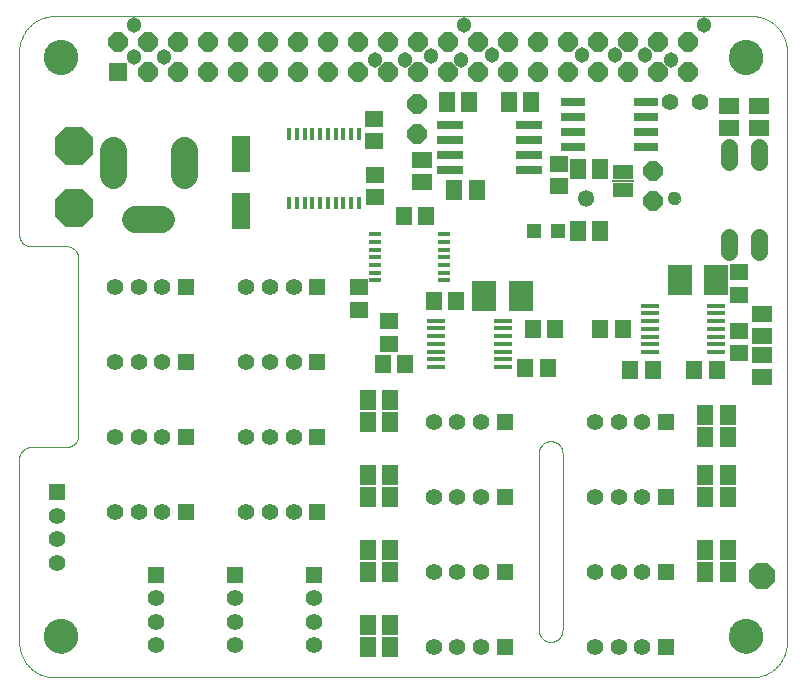
<source format=gts>
G75*
%MOIN*%
%OFA0B0*%
%FSLAX25Y25*%
%IPPOS*%
%LPD*%
%AMOC8*
5,1,8,0,0,1.08239X$1,22.5*
%
%ADD10C,0.00000*%
%ADD11C,0.11424*%
%ADD12R,0.06400X0.06400*%
%ADD13OC8,0.06400*%
%ADD14R,0.09061X0.02762*%
%ADD15R,0.05518X0.06699*%
%ADD16R,0.06699X0.05518*%
%ADD17R,0.05124X0.05124*%
%ADD18R,0.08400X0.03000*%
%ADD19C,0.05600*%
%ADD20R,0.05518X0.06306*%
%ADD21R,0.01600X0.04300*%
%ADD22R,0.06306X0.05518*%
%ADD23C,0.09000*%
%ADD24C,0.05600*%
%ADD25R,0.05912X0.12211*%
%ADD26OC8,0.08900*%
%ADD27OC8,0.12900*%
%ADD28R,0.08077X0.10243*%
%ADD29R,0.06700X0.05000*%
%ADD30R,0.07200X0.00600*%
%ADD31C,0.04337*%
%ADD32C,0.05321*%
%ADD33R,0.04300X0.01600*%
%ADD34R,0.06200X0.01800*%
%ADD35C,0.05124*%
%ADD36R,0.05550X0.05550*%
%ADD37C,0.05550*%
D10*
X0005500Y0014811D02*
X0005500Y0075835D01*
X0005502Y0075959D01*
X0005508Y0076082D01*
X0005517Y0076206D01*
X0005531Y0076328D01*
X0005548Y0076451D01*
X0005570Y0076573D01*
X0005595Y0076694D01*
X0005624Y0076814D01*
X0005656Y0076933D01*
X0005693Y0077052D01*
X0005733Y0077169D01*
X0005776Y0077284D01*
X0005824Y0077399D01*
X0005875Y0077511D01*
X0005929Y0077622D01*
X0005987Y0077732D01*
X0006048Y0077839D01*
X0006113Y0077945D01*
X0006181Y0078048D01*
X0006252Y0078149D01*
X0006326Y0078248D01*
X0006403Y0078345D01*
X0006484Y0078439D01*
X0006567Y0078530D01*
X0006653Y0078619D01*
X0006742Y0078705D01*
X0006833Y0078788D01*
X0006927Y0078869D01*
X0007024Y0078946D01*
X0007123Y0079020D01*
X0007224Y0079091D01*
X0007327Y0079159D01*
X0007433Y0079224D01*
X0007540Y0079285D01*
X0007650Y0079343D01*
X0007761Y0079397D01*
X0007873Y0079448D01*
X0007988Y0079496D01*
X0008103Y0079539D01*
X0008220Y0079579D01*
X0008339Y0079616D01*
X0008458Y0079648D01*
X0008578Y0079677D01*
X0008699Y0079702D01*
X0008821Y0079724D01*
X0008944Y0079741D01*
X0009066Y0079755D01*
X0009190Y0079764D01*
X0009313Y0079770D01*
X0009437Y0079772D01*
X0021248Y0079772D01*
X0021372Y0079774D01*
X0021495Y0079780D01*
X0021619Y0079789D01*
X0021741Y0079803D01*
X0021864Y0079820D01*
X0021986Y0079842D01*
X0022107Y0079867D01*
X0022227Y0079896D01*
X0022346Y0079928D01*
X0022465Y0079965D01*
X0022582Y0080005D01*
X0022697Y0080048D01*
X0022812Y0080096D01*
X0022924Y0080147D01*
X0023035Y0080201D01*
X0023145Y0080259D01*
X0023252Y0080320D01*
X0023358Y0080385D01*
X0023461Y0080453D01*
X0023562Y0080524D01*
X0023661Y0080598D01*
X0023758Y0080675D01*
X0023852Y0080756D01*
X0023943Y0080839D01*
X0024032Y0080925D01*
X0024118Y0081014D01*
X0024201Y0081105D01*
X0024282Y0081199D01*
X0024359Y0081296D01*
X0024433Y0081395D01*
X0024504Y0081496D01*
X0024572Y0081599D01*
X0024637Y0081705D01*
X0024698Y0081812D01*
X0024756Y0081922D01*
X0024810Y0082033D01*
X0024861Y0082145D01*
X0024909Y0082260D01*
X0024952Y0082375D01*
X0024992Y0082492D01*
X0025029Y0082611D01*
X0025061Y0082730D01*
X0025090Y0082850D01*
X0025115Y0082971D01*
X0025137Y0083093D01*
X0025154Y0083216D01*
X0025168Y0083338D01*
X0025177Y0083462D01*
X0025183Y0083585D01*
X0025185Y0083709D01*
X0025185Y0142764D01*
X0025183Y0142888D01*
X0025177Y0143011D01*
X0025168Y0143135D01*
X0025154Y0143257D01*
X0025137Y0143380D01*
X0025115Y0143502D01*
X0025090Y0143623D01*
X0025061Y0143743D01*
X0025029Y0143862D01*
X0024992Y0143981D01*
X0024952Y0144098D01*
X0024909Y0144213D01*
X0024861Y0144328D01*
X0024810Y0144440D01*
X0024756Y0144551D01*
X0024698Y0144661D01*
X0024637Y0144768D01*
X0024572Y0144874D01*
X0024504Y0144977D01*
X0024433Y0145078D01*
X0024359Y0145177D01*
X0024282Y0145274D01*
X0024201Y0145368D01*
X0024118Y0145459D01*
X0024032Y0145548D01*
X0023943Y0145634D01*
X0023852Y0145717D01*
X0023758Y0145798D01*
X0023661Y0145875D01*
X0023562Y0145949D01*
X0023461Y0146020D01*
X0023358Y0146088D01*
X0023252Y0146153D01*
X0023145Y0146214D01*
X0023035Y0146272D01*
X0022924Y0146326D01*
X0022812Y0146377D01*
X0022697Y0146425D01*
X0022582Y0146468D01*
X0022465Y0146508D01*
X0022346Y0146545D01*
X0022227Y0146577D01*
X0022107Y0146606D01*
X0021986Y0146631D01*
X0021864Y0146653D01*
X0021741Y0146670D01*
X0021619Y0146684D01*
X0021495Y0146693D01*
X0021372Y0146699D01*
X0021248Y0146701D01*
X0009437Y0146701D01*
X0009313Y0146703D01*
X0009190Y0146709D01*
X0009066Y0146718D01*
X0008944Y0146732D01*
X0008821Y0146749D01*
X0008699Y0146771D01*
X0008578Y0146796D01*
X0008458Y0146825D01*
X0008339Y0146857D01*
X0008220Y0146894D01*
X0008103Y0146934D01*
X0007988Y0146977D01*
X0007873Y0147025D01*
X0007761Y0147076D01*
X0007650Y0147130D01*
X0007540Y0147188D01*
X0007433Y0147249D01*
X0007327Y0147314D01*
X0007224Y0147382D01*
X0007123Y0147453D01*
X0007024Y0147527D01*
X0006927Y0147604D01*
X0006833Y0147685D01*
X0006742Y0147768D01*
X0006653Y0147854D01*
X0006567Y0147943D01*
X0006484Y0148034D01*
X0006403Y0148128D01*
X0006326Y0148225D01*
X0006252Y0148324D01*
X0006181Y0148425D01*
X0006113Y0148528D01*
X0006048Y0148634D01*
X0005987Y0148741D01*
X0005929Y0148851D01*
X0005875Y0148962D01*
X0005824Y0149074D01*
X0005776Y0149189D01*
X0005733Y0149304D01*
X0005693Y0149421D01*
X0005656Y0149540D01*
X0005624Y0149659D01*
X0005595Y0149779D01*
X0005570Y0149900D01*
X0005548Y0150022D01*
X0005531Y0150145D01*
X0005517Y0150267D01*
X0005508Y0150391D01*
X0005502Y0150514D01*
X0005500Y0150638D01*
X0005500Y0211661D01*
X0005503Y0211946D01*
X0005514Y0212232D01*
X0005531Y0212517D01*
X0005555Y0212801D01*
X0005586Y0213085D01*
X0005624Y0213368D01*
X0005669Y0213649D01*
X0005720Y0213930D01*
X0005778Y0214210D01*
X0005843Y0214488D01*
X0005915Y0214764D01*
X0005993Y0215038D01*
X0006078Y0215311D01*
X0006170Y0215581D01*
X0006268Y0215849D01*
X0006372Y0216115D01*
X0006483Y0216378D01*
X0006600Y0216638D01*
X0006723Y0216896D01*
X0006853Y0217150D01*
X0006989Y0217401D01*
X0007130Y0217649D01*
X0007278Y0217893D01*
X0007431Y0218134D01*
X0007591Y0218370D01*
X0007756Y0218603D01*
X0007926Y0218832D01*
X0008102Y0219057D01*
X0008284Y0219277D01*
X0008470Y0219493D01*
X0008662Y0219704D01*
X0008859Y0219911D01*
X0009061Y0220113D01*
X0009268Y0220310D01*
X0009479Y0220502D01*
X0009695Y0220688D01*
X0009915Y0220870D01*
X0010140Y0221046D01*
X0010369Y0221216D01*
X0010602Y0221381D01*
X0010838Y0221541D01*
X0011079Y0221694D01*
X0011323Y0221842D01*
X0011571Y0221983D01*
X0011822Y0222119D01*
X0012076Y0222249D01*
X0012334Y0222372D01*
X0012594Y0222489D01*
X0012857Y0222600D01*
X0013123Y0222704D01*
X0013391Y0222802D01*
X0013661Y0222894D01*
X0013934Y0222979D01*
X0014208Y0223057D01*
X0014484Y0223129D01*
X0014762Y0223194D01*
X0015042Y0223252D01*
X0015323Y0223303D01*
X0015604Y0223348D01*
X0015887Y0223386D01*
X0016171Y0223417D01*
X0016455Y0223441D01*
X0016740Y0223458D01*
X0017026Y0223469D01*
X0017311Y0223472D01*
X0249594Y0223472D01*
X0249879Y0223469D01*
X0250165Y0223458D01*
X0250450Y0223441D01*
X0250734Y0223417D01*
X0251018Y0223386D01*
X0251301Y0223348D01*
X0251582Y0223303D01*
X0251863Y0223252D01*
X0252143Y0223194D01*
X0252421Y0223129D01*
X0252697Y0223057D01*
X0252971Y0222979D01*
X0253244Y0222894D01*
X0253514Y0222802D01*
X0253782Y0222704D01*
X0254048Y0222600D01*
X0254311Y0222489D01*
X0254571Y0222372D01*
X0254829Y0222249D01*
X0255083Y0222119D01*
X0255334Y0221983D01*
X0255582Y0221842D01*
X0255826Y0221694D01*
X0256067Y0221541D01*
X0256303Y0221381D01*
X0256536Y0221216D01*
X0256765Y0221046D01*
X0256990Y0220870D01*
X0257210Y0220688D01*
X0257426Y0220502D01*
X0257637Y0220310D01*
X0257844Y0220113D01*
X0258046Y0219911D01*
X0258243Y0219704D01*
X0258435Y0219493D01*
X0258621Y0219277D01*
X0258803Y0219057D01*
X0258979Y0218832D01*
X0259149Y0218603D01*
X0259314Y0218370D01*
X0259474Y0218134D01*
X0259627Y0217893D01*
X0259775Y0217649D01*
X0259916Y0217401D01*
X0260052Y0217150D01*
X0260182Y0216896D01*
X0260305Y0216638D01*
X0260422Y0216378D01*
X0260533Y0216115D01*
X0260637Y0215849D01*
X0260735Y0215581D01*
X0260827Y0215311D01*
X0260912Y0215038D01*
X0260990Y0214764D01*
X0261062Y0214488D01*
X0261127Y0214210D01*
X0261185Y0213930D01*
X0261236Y0213649D01*
X0261281Y0213368D01*
X0261319Y0213085D01*
X0261350Y0212801D01*
X0261374Y0212517D01*
X0261391Y0212232D01*
X0261402Y0211946D01*
X0261405Y0211661D01*
X0261406Y0211661D02*
X0261406Y0014811D01*
X0261405Y0014811D02*
X0261402Y0014526D01*
X0261391Y0014240D01*
X0261374Y0013955D01*
X0261350Y0013671D01*
X0261319Y0013387D01*
X0261281Y0013104D01*
X0261236Y0012823D01*
X0261185Y0012542D01*
X0261127Y0012262D01*
X0261062Y0011984D01*
X0260990Y0011708D01*
X0260912Y0011434D01*
X0260827Y0011161D01*
X0260735Y0010891D01*
X0260637Y0010623D01*
X0260533Y0010357D01*
X0260422Y0010094D01*
X0260305Y0009834D01*
X0260182Y0009576D01*
X0260052Y0009322D01*
X0259916Y0009071D01*
X0259775Y0008823D01*
X0259627Y0008579D01*
X0259474Y0008338D01*
X0259314Y0008102D01*
X0259149Y0007869D01*
X0258979Y0007640D01*
X0258803Y0007415D01*
X0258621Y0007195D01*
X0258435Y0006979D01*
X0258243Y0006768D01*
X0258046Y0006561D01*
X0257844Y0006359D01*
X0257637Y0006162D01*
X0257426Y0005970D01*
X0257210Y0005784D01*
X0256990Y0005602D01*
X0256765Y0005426D01*
X0256536Y0005256D01*
X0256303Y0005091D01*
X0256067Y0004931D01*
X0255826Y0004778D01*
X0255582Y0004630D01*
X0255334Y0004489D01*
X0255083Y0004353D01*
X0254829Y0004223D01*
X0254571Y0004100D01*
X0254311Y0003983D01*
X0254048Y0003872D01*
X0253782Y0003768D01*
X0253514Y0003670D01*
X0253244Y0003578D01*
X0252971Y0003493D01*
X0252697Y0003415D01*
X0252421Y0003343D01*
X0252143Y0003278D01*
X0251863Y0003220D01*
X0251582Y0003169D01*
X0251301Y0003124D01*
X0251018Y0003086D01*
X0250734Y0003055D01*
X0250450Y0003031D01*
X0250165Y0003014D01*
X0249879Y0003003D01*
X0249594Y0003000D01*
X0017311Y0003000D01*
X0017026Y0003003D01*
X0016740Y0003014D01*
X0016455Y0003031D01*
X0016171Y0003055D01*
X0015887Y0003086D01*
X0015604Y0003124D01*
X0015323Y0003169D01*
X0015042Y0003220D01*
X0014762Y0003278D01*
X0014484Y0003343D01*
X0014208Y0003415D01*
X0013934Y0003493D01*
X0013661Y0003578D01*
X0013391Y0003670D01*
X0013123Y0003768D01*
X0012857Y0003872D01*
X0012594Y0003983D01*
X0012334Y0004100D01*
X0012076Y0004223D01*
X0011822Y0004353D01*
X0011571Y0004489D01*
X0011323Y0004630D01*
X0011079Y0004778D01*
X0010838Y0004931D01*
X0010602Y0005091D01*
X0010369Y0005256D01*
X0010140Y0005426D01*
X0009915Y0005602D01*
X0009695Y0005784D01*
X0009479Y0005970D01*
X0009268Y0006162D01*
X0009061Y0006359D01*
X0008859Y0006561D01*
X0008662Y0006768D01*
X0008470Y0006979D01*
X0008284Y0007195D01*
X0008102Y0007415D01*
X0007926Y0007640D01*
X0007756Y0007869D01*
X0007591Y0008102D01*
X0007431Y0008338D01*
X0007278Y0008579D01*
X0007130Y0008823D01*
X0006989Y0009071D01*
X0006853Y0009322D01*
X0006723Y0009576D01*
X0006600Y0009834D01*
X0006483Y0010094D01*
X0006372Y0010357D01*
X0006268Y0010623D01*
X0006170Y0010891D01*
X0006078Y0011161D01*
X0005993Y0011434D01*
X0005915Y0011708D01*
X0005843Y0011984D01*
X0005778Y0012262D01*
X0005720Y0012542D01*
X0005669Y0012823D01*
X0005624Y0013104D01*
X0005586Y0013387D01*
X0005555Y0013671D01*
X0005531Y0013955D01*
X0005514Y0014240D01*
X0005503Y0014526D01*
X0005500Y0014811D01*
X0013768Y0016780D02*
X0013770Y0016928D01*
X0013776Y0017076D01*
X0013786Y0017224D01*
X0013800Y0017371D01*
X0013818Y0017518D01*
X0013839Y0017664D01*
X0013865Y0017810D01*
X0013895Y0017955D01*
X0013928Y0018099D01*
X0013966Y0018242D01*
X0014007Y0018384D01*
X0014052Y0018525D01*
X0014100Y0018665D01*
X0014153Y0018804D01*
X0014209Y0018941D01*
X0014269Y0019076D01*
X0014332Y0019210D01*
X0014399Y0019342D01*
X0014470Y0019472D01*
X0014544Y0019600D01*
X0014621Y0019726D01*
X0014702Y0019850D01*
X0014786Y0019972D01*
X0014873Y0020091D01*
X0014964Y0020208D01*
X0015058Y0020323D01*
X0015154Y0020435D01*
X0015254Y0020545D01*
X0015356Y0020651D01*
X0015462Y0020755D01*
X0015570Y0020856D01*
X0015681Y0020954D01*
X0015794Y0021050D01*
X0015910Y0021142D01*
X0016028Y0021231D01*
X0016149Y0021316D01*
X0016272Y0021399D01*
X0016397Y0021478D01*
X0016524Y0021554D01*
X0016653Y0021626D01*
X0016784Y0021695D01*
X0016917Y0021760D01*
X0017052Y0021821D01*
X0017188Y0021879D01*
X0017325Y0021934D01*
X0017464Y0021984D01*
X0017605Y0022031D01*
X0017746Y0022074D01*
X0017889Y0022114D01*
X0018033Y0022149D01*
X0018177Y0022181D01*
X0018323Y0022208D01*
X0018469Y0022232D01*
X0018616Y0022252D01*
X0018763Y0022268D01*
X0018910Y0022280D01*
X0019058Y0022288D01*
X0019206Y0022292D01*
X0019354Y0022292D01*
X0019502Y0022288D01*
X0019650Y0022280D01*
X0019797Y0022268D01*
X0019944Y0022252D01*
X0020091Y0022232D01*
X0020237Y0022208D01*
X0020383Y0022181D01*
X0020527Y0022149D01*
X0020671Y0022114D01*
X0020814Y0022074D01*
X0020955Y0022031D01*
X0021096Y0021984D01*
X0021235Y0021934D01*
X0021372Y0021879D01*
X0021508Y0021821D01*
X0021643Y0021760D01*
X0021776Y0021695D01*
X0021907Y0021626D01*
X0022036Y0021554D01*
X0022163Y0021478D01*
X0022288Y0021399D01*
X0022411Y0021316D01*
X0022532Y0021231D01*
X0022650Y0021142D01*
X0022766Y0021050D01*
X0022879Y0020954D01*
X0022990Y0020856D01*
X0023098Y0020755D01*
X0023204Y0020651D01*
X0023306Y0020545D01*
X0023406Y0020435D01*
X0023502Y0020323D01*
X0023596Y0020208D01*
X0023687Y0020091D01*
X0023774Y0019972D01*
X0023858Y0019850D01*
X0023939Y0019726D01*
X0024016Y0019600D01*
X0024090Y0019472D01*
X0024161Y0019342D01*
X0024228Y0019210D01*
X0024291Y0019076D01*
X0024351Y0018941D01*
X0024407Y0018804D01*
X0024460Y0018665D01*
X0024508Y0018525D01*
X0024553Y0018384D01*
X0024594Y0018242D01*
X0024632Y0018099D01*
X0024665Y0017955D01*
X0024695Y0017810D01*
X0024721Y0017664D01*
X0024742Y0017518D01*
X0024760Y0017371D01*
X0024774Y0017224D01*
X0024784Y0017076D01*
X0024790Y0016928D01*
X0024792Y0016780D01*
X0024790Y0016632D01*
X0024784Y0016484D01*
X0024774Y0016336D01*
X0024760Y0016189D01*
X0024742Y0016042D01*
X0024721Y0015896D01*
X0024695Y0015750D01*
X0024665Y0015605D01*
X0024632Y0015461D01*
X0024594Y0015318D01*
X0024553Y0015176D01*
X0024508Y0015035D01*
X0024460Y0014895D01*
X0024407Y0014756D01*
X0024351Y0014619D01*
X0024291Y0014484D01*
X0024228Y0014350D01*
X0024161Y0014218D01*
X0024090Y0014088D01*
X0024016Y0013960D01*
X0023939Y0013834D01*
X0023858Y0013710D01*
X0023774Y0013588D01*
X0023687Y0013469D01*
X0023596Y0013352D01*
X0023502Y0013237D01*
X0023406Y0013125D01*
X0023306Y0013015D01*
X0023204Y0012909D01*
X0023098Y0012805D01*
X0022990Y0012704D01*
X0022879Y0012606D01*
X0022766Y0012510D01*
X0022650Y0012418D01*
X0022532Y0012329D01*
X0022411Y0012244D01*
X0022288Y0012161D01*
X0022163Y0012082D01*
X0022036Y0012006D01*
X0021907Y0011934D01*
X0021776Y0011865D01*
X0021643Y0011800D01*
X0021508Y0011739D01*
X0021372Y0011681D01*
X0021235Y0011626D01*
X0021096Y0011576D01*
X0020955Y0011529D01*
X0020814Y0011486D01*
X0020671Y0011446D01*
X0020527Y0011411D01*
X0020383Y0011379D01*
X0020237Y0011352D01*
X0020091Y0011328D01*
X0019944Y0011308D01*
X0019797Y0011292D01*
X0019650Y0011280D01*
X0019502Y0011272D01*
X0019354Y0011268D01*
X0019206Y0011268D01*
X0019058Y0011272D01*
X0018910Y0011280D01*
X0018763Y0011292D01*
X0018616Y0011308D01*
X0018469Y0011328D01*
X0018323Y0011352D01*
X0018177Y0011379D01*
X0018033Y0011411D01*
X0017889Y0011446D01*
X0017746Y0011486D01*
X0017605Y0011529D01*
X0017464Y0011576D01*
X0017325Y0011626D01*
X0017188Y0011681D01*
X0017052Y0011739D01*
X0016917Y0011800D01*
X0016784Y0011865D01*
X0016653Y0011934D01*
X0016524Y0012006D01*
X0016397Y0012082D01*
X0016272Y0012161D01*
X0016149Y0012244D01*
X0016028Y0012329D01*
X0015910Y0012418D01*
X0015794Y0012510D01*
X0015681Y0012606D01*
X0015570Y0012704D01*
X0015462Y0012805D01*
X0015356Y0012909D01*
X0015254Y0013015D01*
X0015154Y0013125D01*
X0015058Y0013237D01*
X0014964Y0013352D01*
X0014873Y0013469D01*
X0014786Y0013588D01*
X0014702Y0013710D01*
X0014621Y0013834D01*
X0014544Y0013960D01*
X0014470Y0014088D01*
X0014399Y0014218D01*
X0014332Y0014350D01*
X0014269Y0014484D01*
X0014209Y0014619D01*
X0014153Y0014756D01*
X0014100Y0014895D01*
X0014052Y0015035D01*
X0014007Y0015176D01*
X0013966Y0015318D01*
X0013928Y0015461D01*
X0013895Y0015605D01*
X0013865Y0015750D01*
X0013839Y0015896D01*
X0013818Y0016042D01*
X0013800Y0016189D01*
X0013786Y0016336D01*
X0013776Y0016484D01*
X0013770Y0016632D01*
X0013768Y0016780D01*
X0178728Y0018787D02*
X0178728Y0077803D01*
X0178730Y0077927D01*
X0178736Y0078050D01*
X0178745Y0078174D01*
X0178759Y0078296D01*
X0178776Y0078419D01*
X0178798Y0078541D01*
X0178823Y0078662D01*
X0178852Y0078782D01*
X0178884Y0078901D01*
X0178921Y0079020D01*
X0178961Y0079137D01*
X0179004Y0079252D01*
X0179052Y0079367D01*
X0179103Y0079479D01*
X0179157Y0079590D01*
X0179215Y0079700D01*
X0179276Y0079807D01*
X0179341Y0079913D01*
X0179409Y0080016D01*
X0179480Y0080117D01*
X0179554Y0080216D01*
X0179631Y0080313D01*
X0179712Y0080407D01*
X0179795Y0080498D01*
X0179881Y0080587D01*
X0179970Y0080673D01*
X0180061Y0080756D01*
X0180155Y0080837D01*
X0180252Y0080914D01*
X0180351Y0080988D01*
X0180452Y0081059D01*
X0180555Y0081127D01*
X0180661Y0081192D01*
X0180768Y0081253D01*
X0180878Y0081311D01*
X0180989Y0081365D01*
X0181101Y0081416D01*
X0181216Y0081464D01*
X0181331Y0081507D01*
X0181448Y0081547D01*
X0181567Y0081584D01*
X0181686Y0081616D01*
X0181806Y0081645D01*
X0181927Y0081670D01*
X0182049Y0081692D01*
X0182172Y0081709D01*
X0182294Y0081723D01*
X0182418Y0081732D01*
X0182541Y0081738D01*
X0182665Y0081740D01*
X0182789Y0081738D01*
X0182912Y0081732D01*
X0183036Y0081723D01*
X0183158Y0081709D01*
X0183281Y0081692D01*
X0183403Y0081670D01*
X0183524Y0081645D01*
X0183644Y0081616D01*
X0183763Y0081584D01*
X0183882Y0081547D01*
X0183999Y0081507D01*
X0184114Y0081464D01*
X0184229Y0081416D01*
X0184341Y0081365D01*
X0184452Y0081311D01*
X0184562Y0081253D01*
X0184669Y0081192D01*
X0184775Y0081127D01*
X0184878Y0081059D01*
X0184979Y0080988D01*
X0185078Y0080914D01*
X0185175Y0080837D01*
X0185269Y0080756D01*
X0185360Y0080673D01*
X0185449Y0080587D01*
X0185535Y0080498D01*
X0185618Y0080407D01*
X0185699Y0080313D01*
X0185776Y0080216D01*
X0185850Y0080117D01*
X0185921Y0080016D01*
X0185989Y0079913D01*
X0186054Y0079807D01*
X0186115Y0079700D01*
X0186173Y0079590D01*
X0186227Y0079479D01*
X0186278Y0079367D01*
X0186326Y0079252D01*
X0186369Y0079137D01*
X0186409Y0079020D01*
X0186446Y0078901D01*
X0186478Y0078782D01*
X0186507Y0078662D01*
X0186532Y0078541D01*
X0186554Y0078419D01*
X0186571Y0078296D01*
X0186585Y0078174D01*
X0186594Y0078050D01*
X0186600Y0077927D01*
X0186602Y0077803D01*
X0186602Y0018787D01*
X0186600Y0018663D01*
X0186594Y0018540D01*
X0186585Y0018416D01*
X0186571Y0018294D01*
X0186554Y0018171D01*
X0186532Y0018049D01*
X0186507Y0017928D01*
X0186478Y0017808D01*
X0186446Y0017689D01*
X0186409Y0017570D01*
X0186369Y0017453D01*
X0186326Y0017338D01*
X0186278Y0017223D01*
X0186227Y0017111D01*
X0186173Y0017000D01*
X0186115Y0016890D01*
X0186054Y0016783D01*
X0185989Y0016677D01*
X0185921Y0016574D01*
X0185850Y0016473D01*
X0185776Y0016374D01*
X0185699Y0016277D01*
X0185618Y0016183D01*
X0185535Y0016092D01*
X0185449Y0016003D01*
X0185360Y0015917D01*
X0185269Y0015834D01*
X0185175Y0015753D01*
X0185078Y0015676D01*
X0184979Y0015602D01*
X0184878Y0015531D01*
X0184775Y0015463D01*
X0184669Y0015398D01*
X0184562Y0015337D01*
X0184452Y0015279D01*
X0184341Y0015225D01*
X0184229Y0015174D01*
X0184114Y0015126D01*
X0183999Y0015083D01*
X0183882Y0015043D01*
X0183763Y0015006D01*
X0183644Y0014974D01*
X0183524Y0014945D01*
X0183403Y0014920D01*
X0183281Y0014898D01*
X0183158Y0014881D01*
X0183036Y0014867D01*
X0182912Y0014858D01*
X0182789Y0014852D01*
X0182665Y0014850D01*
X0182541Y0014852D01*
X0182418Y0014858D01*
X0182294Y0014867D01*
X0182172Y0014881D01*
X0182049Y0014898D01*
X0181927Y0014920D01*
X0181806Y0014945D01*
X0181686Y0014974D01*
X0181567Y0015006D01*
X0181448Y0015043D01*
X0181331Y0015083D01*
X0181216Y0015126D01*
X0181101Y0015174D01*
X0180989Y0015225D01*
X0180878Y0015279D01*
X0180768Y0015337D01*
X0180661Y0015398D01*
X0180555Y0015463D01*
X0180452Y0015531D01*
X0180351Y0015602D01*
X0180252Y0015676D01*
X0180155Y0015753D01*
X0180061Y0015834D01*
X0179970Y0015917D01*
X0179881Y0016003D01*
X0179795Y0016092D01*
X0179712Y0016183D01*
X0179631Y0016277D01*
X0179554Y0016374D01*
X0179480Y0016473D01*
X0179409Y0016574D01*
X0179341Y0016677D01*
X0179276Y0016783D01*
X0179215Y0016890D01*
X0179157Y0017000D01*
X0179103Y0017111D01*
X0179052Y0017223D01*
X0179004Y0017338D01*
X0178961Y0017453D01*
X0178921Y0017570D01*
X0178884Y0017689D01*
X0178852Y0017808D01*
X0178823Y0017928D01*
X0178798Y0018049D01*
X0178776Y0018171D01*
X0178759Y0018294D01*
X0178745Y0018416D01*
X0178736Y0018540D01*
X0178730Y0018663D01*
X0178728Y0018787D01*
X0242114Y0016780D02*
X0242116Y0016928D01*
X0242122Y0017076D01*
X0242132Y0017224D01*
X0242146Y0017371D01*
X0242164Y0017518D01*
X0242185Y0017664D01*
X0242211Y0017810D01*
X0242241Y0017955D01*
X0242274Y0018099D01*
X0242312Y0018242D01*
X0242353Y0018384D01*
X0242398Y0018525D01*
X0242446Y0018665D01*
X0242499Y0018804D01*
X0242555Y0018941D01*
X0242615Y0019076D01*
X0242678Y0019210D01*
X0242745Y0019342D01*
X0242816Y0019472D01*
X0242890Y0019600D01*
X0242967Y0019726D01*
X0243048Y0019850D01*
X0243132Y0019972D01*
X0243219Y0020091D01*
X0243310Y0020208D01*
X0243404Y0020323D01*
X0243500Y0020435D01*
X0243600Y0020545D01*
X0243702Y0020651D01*
X0243808Y0020755D01*
X0243916Y0020856D01*
X0244027Y0020954D01*
X0244140Y0021050D01*
X0244256Y0021142D01*
X0244374Y0021231D01*
X0244495Y0021316D01*
X0244618Y0021399D01*
X0244743Y0021478D01*
X0244870Y0021554D01*
X0244999Y0021626D01*
X0245130Y0021695D01*
X0245263Y0021760D01*
X0245398Y0021821D01*
X0245534Y0021879D01*
X0245671Y0021934D01*
X0245810Y0021984D01*
X0245951Y0022031D01*
X0246092Y0022074D01*
X0246235Y0022114D01*
X0246379Y0022149D01*
X0246523Y0022181D01*
X0246669Y0022208D01*
X0246815Y0022232D01*
X0246962Y0022252D01*
X0247109Y0022268D01*
X0247256Y0022280D01*
X0247404Y0022288D01*
X0247552Y0022292D01*
X0247700Y0022292D01*
X0247848Y0022288D01*
X0247996Y0022280D01*
X0248143Y0022268D01*
X0248290Y0022252D01*
X0248437Y0022232D01*
X0248583Y0022208D01*
X0248729Y0022181D01*
X0248873Y0022149D01*
X0249017Y0022114D01*
X0249160Y0022074D01*
X0249301Y0022031D01*
X0249442Y0021984D01*
X0249581Y0021934D01*
X0249718Y0021879D01*
X0249854Y0021821D01*
X0249989Y0021760D01*
X0250122Y0021695D01*
X0250253Y0021626D01*
X0250382Y0021554D01*
X0250509Y0021478D01*
X0250634Y0021399D01*
X0250757Y0021316D01*
X0250878Y0021231D01*
X0250996Y0021142D01*
X0251112Y0021050D01*
X0251225Y0020954D01*
X0251336Y0020856D01*
X0251444Y0020755D01*
X0251550Y0020651D01*
X0251652Y0020545D01*
X0251752Y0020435D01*
X0251848Y0020323D01*
X0251942Y0020208D01*
X0252033Y0020091D01*
X0252120Y0019972D01*
X0252204Y0019850D01*
X0252285Y0019726D01*
X0252362Y0019600D01*
X0252436Y0019472D01*
X0252507Y0019342D01*
X0252574Y0019210D01*
X0252637Y0019076D01*
X0252697Y0018941D01*
X0252753Y0018804D01*
X0252806Y0018665D01*
X0252854Y0018525D01*
X0252899Y0018384D01*
X0252940Y0018242D01*
X0252978Y0018099D01*
X0253011Y0017955D01*
X0253041Y0017810D01*
X0253067Y0017664D01*
X0253088Y0017518D01*
X0253106Y0017371D01*
X0253120Y0017224D01*
X0253130Y0017076D01*
X0253136Y0016928D01*
X0253138Y0016780D01*
X0253136Y0016632D01*
X0253130Y0016484D01*
X0253120Y0016336D01*
X0253106Y0016189D01*
X0253088Y0016042D01*
X0253067Y0015896D01*
X0253041Y0015750D01*
X0253011Y0015605D01*
X0252978Y0015461D01*
X0252940Y0015318D01*
X0252899Y0015176D01*
X0252854Y0015035D01*
X0252806Y0014895D01*
X0252753Y0014756D01*
X0252697Y0014619D01*
X0252637Y0014484D01*
X0252574Y0014350D01*
X0252507Y0014218D01*
X0252436Y0014088D01*
X0252362Y0013960D01*
X0252285Y0013834D01*
X0252204Y0013710D01*
X0252120Y0013588D01*
X0252033Y0013469D01*
X0251942Y0013352D01*
X0251848Y0013237D01*
X0251752Y0013125D01*
X0251652Y0013015D01*
X0251550Y0012909D01*
X0251444Y0012805D01*
X0251336Y0012704D01*
X0251225Y0012606D01*
X0251112Y0012510D01*
X0250996Y0012418D01*
X0250878Y0012329D01*
X0250757Y0012244D01*
X0250634Y0012161D01*
X0250509Y0012082D01*
X0250382Y0012006D01*
X0250253Y0011934D01*
X0250122Y0011865D01*
X0249989Y0011800D01*
X0249854Y0011739D01*
X0249718Y0011681D01*
X0249581Y0011626D01*
X0249442Y0011576D01*
X0249301Y0011529D01*
X0249160Y0011486D01*
X0249017Y0011446D01*
X0248873Y0011411D01*
X0248729Y0011379D01*
X0248583Y0011352D01*
X0248437Y0011328D01*
X0248290Y0011308D01*
X0248143Y0011292D01*
X0247996Y0011280D01*
X0247848Y0011272D01*
X0247700Y0011268D01*
X0247552Y0011268D01*
X0247404Y0011272D01*
X0247256Y0011280D01*
X0247109Y0011292D01*
X0246962Y0011308D01*
X0246815Y0011328D01*
X0246669Y0011352D01*
X0246523Y0011379D01*
X0246379Y0011411D01*
X0246235Y0011446D01*
X0246092Y0011486D01*
X0245951Y0011529D01*
X0245810Y0011576D01*
X0245671Y0011626D01*
X0245534Y0011681D01*
X0245398Y0011739D01*
X0245263Y0011800D01*
X0245130Y0011865D01*
X0244999Y0011934D01*
X0244870Y0012006D01*
X0244743Y0012082D01*
X0244618Y0012161D01*
X0244495Y0012244D01*
X0244374Y0012329D01*
X0244256Y0012418D01*
X0244140Y0012510D01*
X0244027Y0012606D01*
X0243916Y0012704D01*
X0243808Y0012805D01*
X0243702Y0012909D01*
X0243600Y0013015D01*
X0243500Y0013125D01*
X0243404Y0013237D01*
X0243310Y0013352D01*
X0243219Y0013469D01*
X0243132Y0013588D01*
X0243048Y0013710D01*
X0242967Y0013834D01*
X0242890Y0013960D01*
X0242816Y0014088D01*
X0242745Y0014218D01*
X0242678Y0014350D01*
X0242615Y0014484D01*
X0242555Y0014619D01*
X0242499Y0014756D01*
X0242446Y0014895D01*
X0242398Y0015035D01*
X0242353Y0015176D01*
X0242312Y0015318D01*
X0242274Y0015461D01*
X0242241Y0015605D01*
X0242211Y0015750D01*
X0242185Y0015896D01*
X0242164Y0016042D01*
X0242146Y0016189D01*
X0242132Y0016336D01*
X0242122Y0016484D01*
X0242116Y0016632D01*
X0242114Y0016780D01*
X0221828Y0162754D02*
X0221830Y0162842D01*
X0221836Y0162930D01*
X0221846Y0163018D01*
X0221860Y0163106D01*
X0221877Y0163192D01*
X0221899Y0163278D01*
X0221924Y0163362D01*
X0221954Y0163446D01*
X0221986Y0163528D01*
X0222023Y0163608D01*
X0222063Y0163687D01*
X0222107Y0163764D01*
X0222154Y0163839D01*
X0222204Y0163911D01*
X0222258Y0163982D01*
X0222314Y0164049D01*
X0222374Y0164115D01*
X0222436Y0164177D01*
X0222502Y0164237D01*
X0222569Y0164293D01*
X0222640Y0164347D01*
X0222712Y0164397D01*
X0222787Y0164444D01*
X0222864Y0164488D01*
X0222943Y0164528D01*
X0223023Y0164565D01*
X0223105Y0164597D01*
X0223189Y0164627D01*
X0223273Y0164652D01*
X0223359Y0164674D01*
X0223445Y0164691D01*
X0223533Y0164705D01*
X0223621Y0164715D01*
X0223709Y0164721D01*
X0223797Y0164723D01*
X0223885Y0164721D01*
X0223973Y0164715D01*
X0224061Y0164705D01*
X0224149Y0164691D01*
X0224235Y0164674D01*
X0224321Y0164652D01*
X0224405Y0164627D01*
X0224489Y0164597D01*
X0224571Y0164565D01*
X0224651Y0164528D01*
X0224730Y0164488D01*
X0224807Y0164444D01*
X0224882Y0164397D01*
X0224954Y0164347D01*
X0225025Y0164293D01*
X0225092Y0164237D01*
X0225158Y0164177D01*
X0225220Y0164115D01*
X0225280Y0164049D01*
X0225336Y0163982D01*
X0225390Y0163911D01*
X0225440Y0163839D01*
X0225487Y0163764D01*
X0225531Y0163687D01*
X0225571Y0163608D01*
X0225608Y0163528D01*
X0225640Y0163446D01*
X0225670Y0163362D01*
X0225695Y0163278D01*
X0225717Y0163192D01*
X0225734Y0163106D01*
X0225748Y0163018D01*
X0225758Y0162930D01*
X0225764Y0162842D01*
X0225766Y0162754D01*
X0225764Y0162666D01*
X0225758Y0162578D01*
X0225748Y0162490D01*
X0225734Y0162402D01*
X0225717Y0162316D01*
X0225695Y0162230D01*
X0225670Y0162146D01*
X0225640Y0162062D01*
X0225608Y0161980D01*
X0225571Y0161900D01*
X0225531Y0161821D01*
X0225487Y0161744D01*
X0225440Y0161669D01*
X0225390Y0161597D01*
X0225336Y0161526D01*
X0225280Y0161459D01*
X0225220Y0161393D01*
X0225158Y0161331D01*
X0225092Y0161271D01*
X0225025Y0161215D01*
X0224954Y0161161D01*
X0224882Y0161111D01*
X0224807Y0161064D01*
X0224730Y0161020D01*
X0224651Y0160980D01*
X0224571Y0160943D01*
X0224489Y0160911D01*
X0224405Y0160881D01*
X0224321Y0160856D01*
X0224235Y0160834D01*
X0224149Y0160817D01*
X0224061Y0160803D01*
X0223973Y0160793D01*
X0223885Y0160787D01*
X0223797Y0160785D01*
X0223709Y0160787D01*
X0223621Y0160793D01*
X0223533Y0160803D01*
X0223445Y0160817D01*
X0223359Y0160834D01*
X0223273Y0160856D01*
X0223189Y0160881D01*
X0223105Y0160911D01*
X0223023Y0160943D01*
X0222943Y0160980D01*
X0222864Y0161020D01*
X0222787Y0161064D01*
X0222712Y0161111D01*
X0222640Y0161161D01*
X0222569Y0161215D01*
X0222502Y0161271D01*
X0222436Y0161331D01*
X0222374Y0161393D01*
X0222314Y0161459D01*
X0222258Y0161526D01*
X0222204Y0161597D01*
X0222154Y0161669D01*
X0222107Y0161744D01*
X0222063Y0161821D01*
X0222023Y0161900D01*
X0221986Y0161980D01*
X0221954Y0162062D01*
X0221924Y0162146D01*
X0221899Y0162230D01*
X0221877Y0162316D01*
X0221860Y0162402D01*
X0221846Y0162490D01*
X0221836Y0162578D01*
X0221830Y0162666D01*
X0221828Y0162754D01*
X0191809Y0162754D02*
X0191811Y0162853D01*
X0191817Y0162952D01*
X0191827Y0163051D01*
X0191841Y0163149D01*
X0191859Y0163246D01*
X0191881Y0163343D01*
X0191906Y0163439D01*
X0191936Y0163533D01*
X0191969Y0163627D01*
X0192006Y0163719D01*
X0192047Y0163809D01*
X0192091Y0163898D01*
X0192139Y0163984D01*
X0192190Y0164069D01*
X0192245Y0164152D01*
X0192303Y0164232D01*
X0192364Y0164310D01*
X0192428Y0164386D01*
X0192495Y0164459D01*
X0192565Y0164529D01*
X0192638Y0164596D01*
X0192714Y0164660D01*
X0192792Y0164721D01*
X0192872Y0164779D01*
X0192955Y0164834D01*
X0193039Y0164885D01*
X0193126Y0164933D01*
X0193215Y0164977D01*
X0193305Y0165018D01*
X0193397Y0165055D01*
X0193491Y0165088D01*
X0193585Y0165118D01*
X0193681Y0165143D01*
X0193778Y0165165D01*
X0193875Y0165183D01*
X0193973Y0165197D01*
X0194072Y0165207D01*
X0194171Y0165213D01*
X0194270Y0165215D01*
X0194369Y0165213D01*
X0194468Y0165207D01*
X0194567Y0165197D01*
X0194665Y0165183D01*
X0194762Y0165165D01*
X0194859Y0165143D01*
X0194955Y0165118D01*
X0195049Y0165088D01*
X0195143Y0165055D01*
X0195235Y0165018D01*
X0195325Y0164977D01*
X0195414Y0164933D01*
X0195500Y0164885D01*
X0195585Y0164834D01*
X0195668Y0164779D01*
X0195748Y0164721D01*
X0195826Y0164660D01*
X0195902Y0164596D01*
X0195975Y0164529D01*
X0196045Y0164459D01*
X0196112Y0164386D01*
X0196176Y0164310D01*
X0196237Y0164232D01*
X0196295Y0164152D01*
X0196350Y0164069D01*
X0196401Y0163985D01*
X0196449Y0163898D01*
X0196493Y0163809D01*
X0196534Y0163719D01*
X0196571Y0163627D01*
X0196604Y0163533D01*
X0196634Y0163439D01*
X0196659Y0163343D01*
X0196681Y0163246D01*
X0196699Y0163149D01*
X0196713Y0163051D01*
X0196723Y0162952D01*
X0196729Y0162853D01*
X0196731Y0162754D01*
X0196729Y0162655D01*
X0196723Y0162556D01*
X0196713Y0162457D01*
X0196699Y0162359D01*
X0196681Y0162262D01*
X0196659Y0162165D01*
X0196634Y0162069D01*
X0196604Y0161975D01*
X0196571Y0161881D01*
X0196534Y0161789D01*
X0196493Y0161699D01*
X0196449Y0161610D01*
X0196401Y0161524D01*
X0196350Y0161439D01*
X0196295Y0161356D01*
X0196237Y0161276D01*
X0196176Y0161198D01*
X0196112Y0161122D01*
X0196045Y0161049D01*
X0195975Y0160979D01*
X0195902Y0160912D01*
X0195826Y0160848D01*
X0195748Y0160787D01*
X0195668Y0160729D01*
X0195585Y0160674D01*
X0195501Y0160623D01*
X0195414Y0160575D01*
X0195325Y0160531D01*
X0195235Y0160490D01*
X0195143Y0160453D01*
X0195049Y0160420D01*
X0194955Y0160390D01*
X0194859Y0160365D01*
X0194762Y0160343D01*
X0194665Y0160325D01*
X0194567Y0160311D01*
X0194468Y0160301D01*
X0194369Y0160295D01*
X0194270Y0160293D01*
X0194171Y0160295D01*
X0194072Y0160301D01*
X0193973Y0160311D01*
X0193875Y0160325D01*
X0193778Y0160343D01*
X0193681Y0160365D01*
X0193585Y0160390D01*
X0193491Y0160420D01*
X0193397Y0160453D01*
X0193305Y0160490D01*
X0193215Y0160531D01*
X0193126Y0160575D01*
X0193040Y0160623D01*
X0192955Y0160674D01*
X0192872Y0160729D01*
X0192792Y0160787D01*
X0192714Y0160848D01*
X0192638Y0160912D01*
X0192565Y0160979D01*
X0192495Y0161049D01*
X0192428Y0161122D01*
X0192364Y0161198D01*
X0192303Y0161276D01*
X0192245Y0161356D01*
X0192190Y0161439D01*
X0192139Y0161523D01*
X0192091Y0161610D01*
X0192047Y0161699D01*
X0192006Y0161789D01*
X0191969Y0161881D01*
X0191936Y0161975D01*
X0191906Y0162069D01*
X0191881Y0162165D01*
X0191859Y0162262D01*
X0191841Y0162359D01*
X0191827Y0162457D01*
X0191817Y0162556D01*
X0191811Y0162655D01*
X0191809Y0162754D01*
X0242114Y0209693D02*
X0242116Y0209841D01*
X0242122Y0209989D01*
X0242132Y0210137D01*
X0242146Y0210284D01*
X0242164Y0210431D01*
X0242185Y0210577D01*
X0242211Y0210723D01*
X0242241Y0210868D01*
X0242274Y0211012D01*
X0242312Y0211155D01*
X0242353Y0211297D01*
X0242398Y0211438D01*
X0242446Y0211578D01*
X0242499Y0211717D01*
X0242555Y0211854D01*
X0242615Y0211989D01*
X0242678Y0212123D01*
X0242745Y0212255D01*
X0242816Y0212385D01*
X0242890Y0212513D01*
X0242967Y0212639D01*
X0243048Y0212763D01*
X0243132Y0212885D01*
X0243219Y0213004D01*
X0243310Y0213121D01*
X0243404Y0213236D01*
X0243500Y0213348D01*
X0243600Y0213458D01*
X0243702Y0213564D01*
X0243808Y0213668D01*
X0243916Y0213769D01*
X0244027Y0213867D01*
X0244140Y0213963D01*
X0244256Y0214055D01*
X0244374Y0214144D01*
X0244495Y0214229D01*
X0244618Y0214312D01*
X0244743Y0214391D01*
X0244870Y0214467D01*
X0244999Y0214539D01*
X0245130Y0214608D01*
X0245263Y0214673D01*
X0245398Y0214734D01*
X0245534Y0214792D01*
X0245671Y0214847D01*
X0245810Y0214897D01*
X0245951Y0214944D01*
X0246092Y0214987D01*
X0246235Y0215027D01*
X0246379Y0215062D01*
X0246523Y0215094D01*
X0246669Y0215121D01*
X0246815Y0215145D01*
X0246962Y0215165D01*
X0247109Y0215181D01*
X0247256Y0215193D01*
X0247404Y0215201D01*
X0247552Y0215205D01*
X0247700Y0215205D01*
X0247848Y0215201D01*
X0247996Y0215193D01*
X0248143Y0215181D01*
X0248290Y0215165D01*
X0248437Y0215145D01*
X0248583Y0215121D01*
X0248729Y0215094D01*
X0248873Y0215062D01*
X0249017Y0215027D01*
X0249160Y0214987D01*
X0249301Y0214944D01*
X0249442Y0214897D01*
X0249581Y0214847D01*
X0249718Y0214792D01*
X0249854Y0214734D01*
X0249989Y0214673D01*
X0250122Y0214608D01*
X0250253Y0214539D01*
X0250382Y0214467D01*
X0250509Y0214391D01*
X0250634Y0214312D01*
X0250757Y0214229D01*
X0250878Y0214144D01*
X0250996Y0214055D01*
X0251112Y0213963D01*
X0251225Y0213867D01*
X0251336Y0213769D01*
X0251444Y0213668D01*
X0251550Y0213564D01*
X0251652Y0213458D01*
X0251752Y0213348D01*
X0251848Y0213236D01*
X0251942Y0213121D01*
X0252033Y0213004D01*
X0252120Y0212885D01*
X0252204Y0212763D01*
X0252285Y0212639D01*
X0252362Y0212513D01*
X0252436Y0212385D01*
X0252507Y0212255D01*
X0252574Y0212123D01*
X0252637Y0211989D01*
X0252697Y0211854D01*
X0252753Y0211717D01*
X0252806Y0211578D01*
X0252854Y0211438D01*
X0252899Y0211297D01*
X0252940Y0211155D01*
X0252978Y0211012D01*
X0253011Y0210868D01*
X0253041Y0210723D01*
X0253067Y0210577D01*
X0253088Y0210431D01*
X0253106Y0210284D01*
X0253120Y0210137D01*
X0253130Y0209989D01*
X0253136Y0209841D01*
X0253138Y0209693D01*
X0253136Y0209545D01*
X0253130Y0209397D01*
X0253120Y0209249D01*
X0253106Y0209102D01*
X0253088Y0208955D01*
X0253067Y0208809D01*
X0253041Y0208663D01*
X0253011Y0208518D01*
X0252978Y0208374D01*
X0252940Y0208231D01*
X0252899Y0208089D01*
X0252854Y0207948D01*
X0252806Y0207808D01*
X0252753Y0207669D01*
X0252697Y0207532D01*
X0252637Y0207397D01*
X0252574Y0207263D01*
X0252507Y0207131D01*
X0252436Y0207001D01*
X0252362Y0206873D01*
X0252285Y0206747D01*
X0252204Y0206623D01*
X0252120Y0206501D01*
X0252033Y0206382D01*
X0251942Y0206265D01*
X0251848Y0206150D01*
X0251752Y0206038D01*
X0251652Y0205928D01*
X0251550Y0205822D01*
X0251444Y0205718D01*
X0251336Y0205617D01*
X0251225Y0205519D01*
X0251112Y0205423D01*
X0250996Y0205331D01*
X0250878Y0205242D01*
X0250757Y0205157D01*
X0250634Y0205074D01*
X0250509Y0204995D01*
X0250382Y0204919D01*
X0250253Y0204847D01*
X0250122Y0204778D01*
X0249989Y0204713D01*
X0249854Y0204652D01*
X0249718Y0204594D01*
X0249581Y0204539D01*
X0249442Y0204489D01*
X0249301Y0204442D01*
X0249160Y0204399D01*
X0249017Y0204359D01*
X0248873Y0204324D01*
X0248729Y0204292D01*
X0248583Y0204265D01*
X0248437Y0204241D01*
X0248290Y0204221D01*
X0248143Y0204205D01*
X0247996Y0204193D01*
X0247848Y0204185D01*
X0247700Y0204181D01*
X0247552Y0204181D01*
X0247404Y0204185D01*
X0247256Y0204193D01*
X0247109Y0204205D01*
X0246962Y0204221D01*
X0246815Y0204241D01*
X0246669Y0204265D01*
X0246523Y0204292D01*
X0246379Y0204324D01*
X0246235Y0204359D01*
X0246092Y0204399D01*
X0245951Y0204442D01*
X0245810Y0204489D01*
X0245671Y0204539D01*
X0245534Y0204594D01*
X0245398Y0204652D01*
X0245263Y0204713D01*
X0245130Y0204778D01*
X0244999Y0204847D01*
X0244870Y0204919D01*
X0244743Y0204995D01*
X0244618Y0205074D01*
X0244495Y0205157D01*
X0244374Y0205242D01*
X0244256Y0205331D01*
X0244140Y0205423D01*
X0244027Y0205519D01*
X0243916Y0205617D01*
X0243808Y0205718D01*
X0243702Y0205822D01*
X0243600Y0205928D01*
X0243500Y0206038D01*
X0243404Y0206150D01*
X0243310Y0206265D01*
X0243219Y0206382D01*
X0243132Y0206501D01*
X0243048Y0206623D01*
X0242967Y0206747D01*
X0242890Y0206873D01*
X0242816Y0207001D01*
X0242745Y0207131D01*
X0242678Y0207263D01*
X0242615Y0207397D01*
X0242555Y0207532D01*
X0242499Y0207669D01*
X0242446Y0207808D01*
X0242398Y0207948D01*
X0242353Y0208089D01*
X0242312Y0208231D01*
X0242274Y0208374D01*
X0242241Y0208518D01*
X0242211Y0208663D01*
X0242185Y0208809D01*
X0242164Y0208955D01*
X0242146Y0209102D01*
X0242132Y0209249D01*
X0242122Y0209397D01*
X0242116Y0209545D01*
X0242114Y0209693D01*
X0013768Y0209693D02*
X0013770Y0209841D01*
X0013776Y0209989D01*
X0013786Y0210137D01*
X0013800Y0210284D01*
X0013818Y0210431D01*
X0013839Y0210577D01*
X0013865Y0210723D01*
X0013895Y0210868D01*
X0013928Y0211012D01*
X0013966Y0211155D01*
X0014007Y0211297D01*
X0014052Y0211438D01*
X0014100Y0211578D01*
X0014153Y0211717D01*
X0014209Y0211854D01*
X0014269Y0211989D01*
X0014332Y0212123D01*
X0014399Y0212255D01*
X0014470Y0212385D01*
X0014544Y0212513D01*
X0014621Y0212639D01*
X0014702Y0212763D01*
X0014786Y0212885D01*
X0014873Y0213004D01*
X0014964Y0213121D01*
X0015058Y0213236D01*
X0015154Y0213348D01*
X0015254Y0213458D01*
X0015356Y0213564D01*
X0015462Y0213668D01*
X0015570Y0213769D01*
X0015681Y0213867D01*
X0015794Y0213963D01*
X0015910Y0214055D01*
X0016028Y0214144D01*
X0016149Y0214229D01*
X0016272Y0214312D01*
X0016397Y0214391D01*
X0016524Y0214467D01*
X0016653Y0214539D01*
X0016784Y0214608D01*
X0016917Y0214673D01*
X0017052Y0214734D01*
X0017188Y0214792D01*
X0017325Y0214847D01*
X0017464Y0214897D01*
X0017605Y0214944D01*
X0017746Y0214987D01*
X0017889Y0215027D01*
X0018033Y0215062D01*
X0018177Y0215094D01*
X0018323Y0215121D01*
X0018469Y0215145D01*
X0018616Y0215165D01*
X0018763Y0215181D01*
X0018910Y0215193D01*
X0019058Y0215201D01*
X0019206Y0215205D01*
X0019354Y0215205D01*
X0019502Y0215201D01*
X0019650Y0215193D01*
X0019797Y0215181D01*
X0019944Y0215165D01*
X0020091Y0215145D01*
X0020237Y0215121D01*
X0020383Y0215094D01*
X0020527Y0215062D01*
X0020671Y0215027D01*
X0020814Y0214987D01*
X0020955Y0214944D01*
X0021096Y0214897D01*
X0021235Y0214847D01*
X0021372Y0214792D01*
X0021508Y0214734D01*
X0021643Y0214673D01*
X0021776Y0214608D01*
X0021907Y0214539D01*
X0022036Y0214467D01*
X0022163Y0214391D01*
X0022288Y0214312D01*
X0022411Y0214229D01*
X0022532Y0214144D01*
X0022650Y0214055D01*
X0022766Y0213963D01*
X0022879Y0213867D01*
X0022990Y0213769D01*
X0023098Y0213668D01*
X0023204Y0213564D01*
X0023306Y0213458D01*
X0023406Y0213348D01*
X0023502Y0213236D01*
X0023596Y0213121D01*
X0023687Y0213004D01*
X0023774Y0212885D01*
X0023858Y0212763D01*
X0023939Y0212639D01*
X0024016Y0212513D01*
X0024090Y0212385D01*
X0024161Y0212255D01*
X0024228Y0212123D01*
X0024291Y0211989D01*
X0024351Y0211854D01*
X0024407Y0211717D01*
X0024460Y0211578D01*
X0024508Y0211438D01*
X0024553Y0211297D01*
X0024594Y0211155D01*
X0024632Y0211012D01*
X0024665Y0210868D01*
X0024695Y0210723D01*
X0024721Y0210577D01*
X0024742Y0210431D01*
X0024760Y0210284D01*
X0024774Y0210137D01*
X0024784Y0209989D01*
X0024790Y0209841D01*
X0024792Y0209693D01*
X0024790Y0209545D01*
X0024784Y0209397D01*
X0024774Y0209249D01*
X0024760Y0209102D01*
X0024742Y0208955D01*
X0024721Y0208809D01*
X0024695Y0208663D01*
X0024665Y0208518D01*
X0024632Y0208374D01*
X0024594Y0208231D01*
X0024553Y0208089D01*
X0024508Y0207948D01*
X0024460Y0207808D01*
X0024407Y0207669D01*
X0024351Y0207532D01*
X0024291Y0207397D01*
X0024228Y0207263D01*
X0024161Y0207131D01*
X0024090Y0207001D01*
X0024016Y0206873D01*
X0023939Y0206747D01*
X0023858Y0206623D01*
X0023774Y0206501D01*
X0023687Y0206382D01*
X0023596Y0206265D01*
X0023502Y0206150D01*
X0023406Y0206038D01*
X0023306Y0205928D01*
X0023204Y0205822D01*
X0023098Y0205718D01*
X0022990Y0205617D01*
X0022879Y0205519D01*
X0022766Y0205423D01*
X0022650Y0205331D01*
X0022532Y0205242D01*
X0022411Y0205157D01*
X0022288Y0205074D01*
X0022163Y0204995D01*
X0022036Y0204919D01*
X0021907Y0204847D01*
X0021776Y0204778D01*
X0021643Y0204713D01*
X0021508Y0204652D01*
X0021372Y0204594D01*
X0021235Y0204539D01*
X0021096Y0204489D01*
X0020955Y0204442D01*
X0020814Y0204399D01*
X0020671Y0204359D01*
X0020527Y0204324D01*
X0020383Y0204292D01*
X0020237Y0204265D01*
X0020091Y0204241D01*
X0019944Y0204221D01*
X0019797Y0204205D01*
X0019650Y0204193D01*
X0019502Y0204185D01*
X0019354Y0204181D01*
X0019206Y0204181D01*
X0019058Y0204185D01*
X0018910Y0204193D01*
X0018763Y0204205D01*
X0018616Y0204221D01*
X0018469Y0204241D01*
X0018323Y0204265D01*
X0018177Y0204292D01*
X0018033Y0204324D01*
X0017889Y0204359D01*
X0017746Y0204399D01*
X0017605Y0204442D01*
X0017464Y0204489D01*
X0017325Y0204539D01*
X0017188Y0204594D01*
X0017052Y0204652D01*
X0016917Y0204713D01*
X0016784Y0204778D01*
X0016653Y0204847D01*
X0016524Y0204919D01*
X0016397Y0204995D01*
X0016272Y0205074D01*
X0016149Y0205157D01*
X0016028Y0205242D01*
X0015910Y0205331D01*
X0015794Y0205423D01*
X0015681Y0205519D01*
X0015570Y0205617D01*
X0015462Y0205718D01*
X0015356Y0205822D01*
X0015254Y0205928D01*
X0015154Y0206038D01*
X0015058Y0206150D01*
X0014964Y0206265D01*
X0014873Y0206382D01*
X0014786Y0206501D01*
X0014702Y0206623D01*
X0014621Y0206747D01*
X0014544Y0206873D01*
X0014470Y0207001D01*
X0014399Y0207131D01*
X0014332Y0207263D01*
X0014269Y0207397D01*
X0014209Y0207532D01*
X0014153Y0207669D01*
X0014100Y0207808D01*
X0014052Y0207948D01*
X0014007Y0208089D01*
X0013966Y0208231D01*
X0013928Y0208374D01*
X0013895Y0208518D01*
X0013865Y0208663D01*
X0013839Y0208809D01*
X0013818Y0208955D01*
X0013800Y0209102D01*
X0013786Y0209249D01*
X0013776Y0209397D01*
X0013770Y0209545D01*
X0013768Y0209693D01*
D11*
X0019280Y0209693D03*
X0019280Y0016780D03*
X0247626Y0016780D03*
X0247626Y0209693D03*
D12*
X0038453Y0204693D03*
D13*
X0048453Y0204693D03*
X0058453Y0204693D03*
X0068453Y0204693D03*
X0078453Y0204693D03*
X0088453Y0204693D03*
X0098453Y0204693D03*
X0108453Y0204693D03*
X0118453Y0204693D03*
X0128453Y0204693D03*
X0138453Y0204693D03*
X0148453Y0204693D03*
X0158453Y0204693D03*
X0168453Y0204693D03*
X0178453Y0204693D03*
X0188453Y0204693D03*
X0198453Y0204693D03*
X0208453Y0204693D03*
X0218453Y0204693D03*
X0228453Y0204693D03*
X0228453Y0214693D03*
X0218453Y0214693D03*
X0208453Y0214693D03*
X0198453Y0214693D03*
X0188453Y0214693D03*
X0178453Y0214693D03*
X0168453Y0214693D03*
X0158453Y0214693D03*
X0148453Y0214693D03*
X0138453Y0214693D03*
X0128453Y0214693D03*
X0118453Y0214693D03*
X0108453Y0214693D03*
X0098453Y0214693D03*
X0088453Y0214693D03*
X0078453Y0214693D03*
X0068453Y0214693D03*
X0058453Y0214693D03*
X0048453Y0214693D03*
X0038453Y0214693D03*
X0138000Y0194250D03*
X0138000Y0184250D03*
X0216750Y0171750D03*
X0216750Y0161750D03*
D14*
X0175313Y0172193D03*
X0175313Y0177193D03*
X0175313Y0182193D03*
X0175313Y0187193D03*
X0149093Y0187193D03*
X0149093Y0182193D03*
X0149093Y0177193D03*
X0149093Y0172193D03*
D15*
X0150313Y0165500D03*
X0158187Y0165500D03*
X0191760Y0172375D03*
X0199240Y0172375D03*
X0199240Y0151750D03*
X0191760Y0151750D03*
X0176115Y0194875D03*
X0168635Y0194875D03*
X0155490Y0194875D03*
X0148010Y0194875D03*
X0129240Y0095500D03*
X0121760Y0095500D03*
X0121760Y0088000D03*
X0129240Y0088000D03*
X0129240Y0070500D03*
X0121760Y0070500D03*
X0121760Y0063000D03*
X0129240Y0063000D03*
X0129240Y0045500D03*
X0121760Y0045500D03*
X0121760Y0038000D03*
X0129240Y0038000D03*
X0129240Y0020500D03*
X0121760Y0020500D03*
X0121760Y0013000D03*
X0129240Y0013000D03*
X0234260Y0038000D03*
X0241740Y0038000D03*
X0241740Y0045500D03*
X0234260Y0045500D03*
X0234260Y0063000D03*
X0241740Y0063000D03*
X0241740Y0070500D03*
X0234260Y0070500D03*
X0234260Y0083000D03*
X0241740Y0083000D03*
X0241740Y0090500D03*
X0234260Y0090500D03*
D16*
X0253000Y0103010D03*
X0253000Y0110490D03*
X0253000Y0116760D03*
X0253000Y0124240D03*
X0252119Y0186135D03*
X0252119Y0193615D03*
X0242000Y0193615D03*
X0242000Y0186135D03*
X0139875Y0175490D03*
X0139875Y0168010D03*
D17*
X0176991Y0151750D03*
X0185259Y0151750D03*
D18*
X0190122Y0179703D03*
X0190122Y0184703D03*
X0190122Y0189703D03*
X0190122Y0194703D03*
X0214322Y0194703D03*
X0214322Y0189703D03*
X0214322Y0184703D03*
X0214322Y0179703D03*
D19*
X0222281Y0194826D03*
X0232281Y0194826D03*
D20*
X0151233Y0128369D03*
X0143753Y0128369D03*
X0134240Y0107375D03*
X0126760Y0107375D03*
X0174260Y0106125D03*
X0181740Y0106125D03*
X0184240Y0119250D03*
X0176760Y0119250D03*
X0199260Y0119250D03*
X0206740Y0119250D03*
X0209260Y0105500D03*
X0216740Y0105500D03*
X0230510Y0105500D03*
X0237990Y0105500D03*
X0141115Y0156750D03*
X0133635Y0156750D03*
D21*
X0118620Y0161153D03*
X0116061Y0161153D03*
X0113502Y0161153D03*
X0110943Y0161153D03*
X0108384Y0161153D03*
X0105825Y0161153D03*
X0103266Y0161153D03*
X0100707Y0161153D03*
X0098148Y0161153D03*
X0095589Y0161153D03*
X0095589Y0184128D03*
X0098148Y0184128D03*
X0100707Y0184128D03*
X0103266Y0184128D03*
X0105825Y0184128D03*
X0108384Y0184128D03*
X0110943Y0184128D03*
X0113502Y0184128D03*
X0116061Y0184128D03*
X0118620Y0184128D03*
D22*
X0123875Y0181760D03*
X0123875Y0189240D03*
X0124250Y0170490D03*
X0124250Y0163010D03*
X0118625Y0132990D03*
X0118625Y0125510D03*
X0128875Y0121740D03*
X0128875Y0114260D03*
X0185500Y0166760D03*
X0185500Y0174240D03*
X0245500Y0137990D03*
X0245500Y0130510D03*
X0245500Y0118615D03*
X0245500Y0111135D03*
D23*
X0060283Y0170373D02*
X0060283Y0178973D01*
X0036661Y0178973D02*
X0036661Y0170373D01*
X0044172Y0155776D02*
X0052772Y0155776D01*
D24*
X0242035Y0149881D02*
X0242035Y0144681D01*
X0252035Y0144681D02*
X0252035Y0149881D01*
X0252035Y0174681D02*
X0252035Y0179881D01*
X0242035Y0179881D02*
X0242035Y0174681D01*
D25*
X0079516Y0177341D03*
X0079516Y0158443D03*
D26*
X0253000Y0036750D03*
D27*
X0023719Y0159619D03*
X0023846Y0180244D03*
D28*
X0160594Y0130131D03*
X0172601Y0130131D03*
X0225746Y0135500D03*
X0237754Y0135500D03*
D29*
X0206878Y0165620D03*
X0206878Y0171620D03*
D30*
X0206878Y0168620D03*
D31*
X0223797Y0162754D03*
D32*
X0194270Y0162754D03*
D33*
X0146987Y0150677D03*
X0146987Y0148118D03*
X0146987Y0145559D03*
X0146987Y0143000D03*
X0146987Y0140441D03*
X0146987Y0137882D03*
X0146987Y0135323D03*
X0124013Y0135323D03*
X0124013Y0137882D03*
X0124013Y0140441D03*
X0124013Y0143000D03*
X0124013Y0145559D03*
X0124013Y0148118D03*
X0124013Y0150677D03*
D34*
X0144400Y0121950D03*
X0144400Y0119350D03*
X0144400Y0116850D03*
X0144400Y0114250D03*
X0144400Y0111650D03*
X0144400Y0109150D03*
X0144400Y0106550D03*
X0166600Y0106550D03*
X0166600Y0109150D03*
X0166600Y0111650D03*
X0166600Y0114250D03*
X0166600Y0116850D03*
X0166600Y0119350D03*
X0166600Y0121950D03*
X0215650Y0121850D03*
X0215650Y0124350D03*
X0215650Y0126950D03*
X0215650Y0119250D03*
X0215650Y0116650D03*
X0215650Y0114150D03*
X0215650Y0111550D03*
X0237850Y0111550D03*
X0237850Y0114150D03*
X0237850Y0116650D03*
X0237850Y0119250D03*
X0237850Y0121850D03*
X0237850Y0124350D03*
X0237850Y0126950D03*
D35*
X0222687Y0208937D03*
X0214250Y0210500D03*
X0204250Y0210500D03*
X0193000Y0210500D03*
X0163000Y0210500D03*
X0152688Y0208937D03*
X0142688Y0210187D03*
X0133938Y0208937D03*
X0123937Y0208937D03*
X0153625Y0220500D03*
X0233625Y0220500D03*
X0053625Y0209875D03*
X0043625Y0209875D03*
X0043625Y0220500D03*
D36*
X0061061Y0133000D03*
X0061061Y0108000D03*
X0061061Y0083000D03*
X0061061Y0058000D03*
X0051125Y0037311D03*
X0077375Y0037311D03*
X0103625Y0037311D03*
X0104811Y0058000D03*
X0104811Y0083000D03*
X0104811Y0108000D03*
X0104811Y0133000D03*
X0167311Y0088000D03*
X0167311Y0063000D03*
X0167311Y0038000D03*
X0167311Y0013000D03*
X0221061Y0013000D03*
X0221061Y0038000D03*
X0221061Y0063000D03*
X0221061Y0088000D03*
X0018000Y0064811D03*
D37*
X0018000Y0056937D03*
X0018000Y0049063D03*
X0018000Y0041189D03*
X0037439Y0058000D03*
X0045313Y0058000D03*
X0053187Y0058000D03*
X0081189Y0058000D03*
X0089063Y0058000D03*
X0096937Y0058000D03*
X0096937Y0083000D03*
X0089063Y0083000D03*
X0081189Y0083000D03*
X0053187Y0083000D03*
X0045313Y0083000D03*
X0037439Y0083000D03*
X0037439Y0108000D03*
X0045313Y0108000D03*
X0053187Y0108000D03*
X0081189Y0108000D03*
X0089063Y0108000D03*
X0096937Y0108000D03*
X0096937Y0133000D03*
X0089063Y0133000D03*
X0081189Y0133000D03*
X0053187Y0133000D03*
X0045313Y0133000D03*
X0037439Y0133000D03*
X0143689Y0088000D03*
X0151563Y0088000D03*
X0159437Y0088000D03*
X0159437Y0063000D03*
X0151563Y0063000D03*
X0143689Y0063000D03*
X0143689Y0038000D03*
X0151563Y0038000D03*
X0159437Y0038000D03*
X0159437Y0013000D03*
X0151563Y0013000D03*
X0143689Y0013000D03*
X0103625Y0013689D03*
X0103625Y0021563D03*
X0103625Y0029437D03*
X0077375Y0029437D03*
X0077375Y0021563D03*
X0077375Y0013689D03*
X0051125Y0013689D03*
X0051125Y0021563D03*
X0051125Y0029437D03*
X0197439Y0038000D03*
X0205313Y0038000D03*
X0213187Y0038000D03*
X0213187Y0013000D03*
X0205313Y0013000D03*
X0197439Y0013000D03*
X0197439Y0063000D03*
X0205313Y0063000D03*
X0213187Y0063000D03*
X0213187Y0088000D03*
X0205313Y0088000D03*
X0197439Y0088000D03*
M02*

</source>
